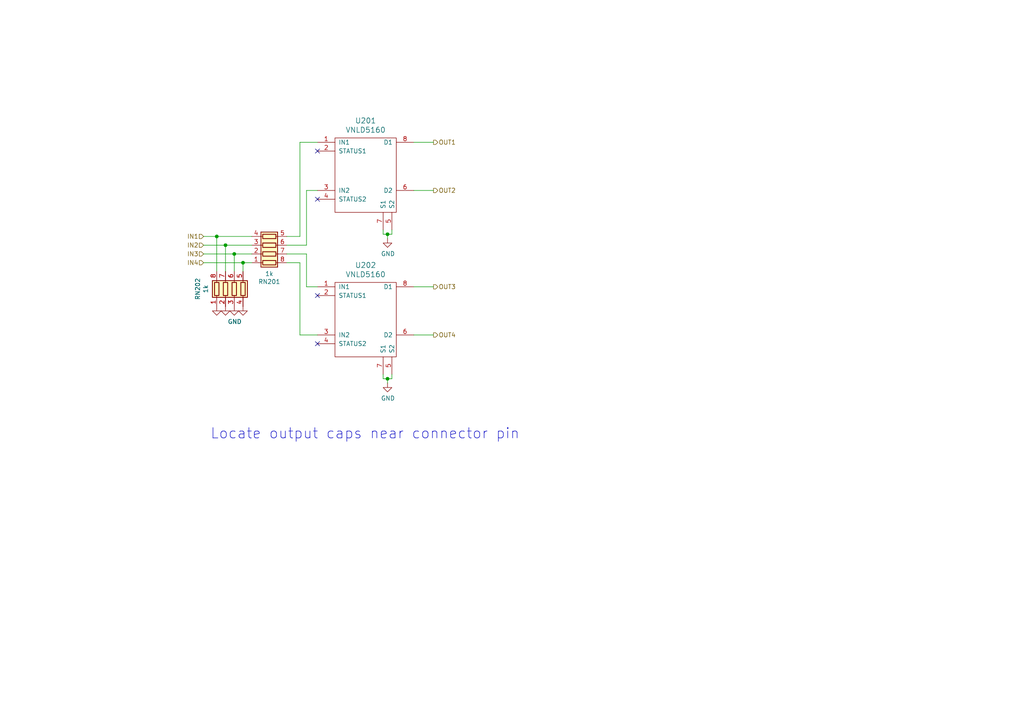
<source format=kicad_sch>
(kicad_sch (version 20250114) (generator "eeschema") (generator_version "9.0")
  (paper "A4")
  (title_block (title "rusEfi Proteus") (date "2022-04-09") (rev "v0.7") (company "rusEFI") (comment 1 "github.com/mck1117/proteus") (comment 2 "rusefi.com/s/proteus"))
  (lib_symbols
    (symbol "Device:R_Pack04" (pin_names (offset 0) (hide yes))
      (property "Reference" "RN" (at -7.62 0 90))
      (property "Value" "R_Pack04" (at 5.08 0 90))
      (symbol "R_Pack04_0_1"
        (rectangle (start -6.35 -2.413) (end 3.81 2.413) (stroke (width 0.254)) (fill (type background)))
        (rectangle (start -5.715 1.905) (end -4.445 -1.905) (stroke (width 0.254)))
        (polyline (pts (xy -5.08 1.905) (xy -5.08 2.54)))
        (polyline (pts (xy -5.08 -2.54) (xy -5.08 -1.905)))
        (rectangle (start -3.175 1.905) (end -1.905 -1.905) (stroke (width 0.254)))
        (polyline (pts (xy -2.54 1.905) (xy -2.54 2.54)))
        (polyline (pts (xy -2.54 -2.54) (xy -2.54 -1.905)))
        (rectangle (start -0.635 1.905) (end 0.635 -1.905) (stroke (width 0.254)))
        (polyline (pts (xy 0 1.905) (xy 0 2.54)))
        (polyline (pts (xy 0 -2.54) (xy 0 -1.905)))
        (rectangle (start 1.905 1.905) (end 3.175 -1.905) (stroke (width 0.254)))
        (polyline (pts (xy 2.54 1.905) (xy 2.54 2.54)))
        (polyline (pts (xy 2.54 -2.54) (xy 2.54 -1.905)))
      )
      (symbol "R_Pack04_1_1"
        (pin passive line (at -5.08 5.08 270) (length 2.54) (name "R1.2") (number "8"))
        (pin passive line (at -5.08 -5.08 90) (length 2.54) (name "R1.1") (number "1"))
        (pin passive line (at -2.54 5.08 270) (length 2.54) (name "R2.2") (number "7"))
        (pin passive line (at -2.54 -5.08 90) (length 2.54) (name "R2.1") (number "2"))
        (pin passive line (at 0 5.08 270) (length 2.54) (name "R3.2") (number "6"))
        (pin passive line (at 0 -5.08 90) (length 2.54) (name "R3.1") (number "3"))
        (pin passive line (at 2.54 5.08 270) (length 2.54) (name "R4.2") (number "5"))
        (pin passive line (at 2.54 -5.08 90) (length 2.54) (name "R4.1") (number "4"))
      )
    )
    (symbol "proteus-rescue:GND-power" (power) (pin_names (offset 0))
      (property "Value" "power_GND" (at 0 -3.81 0))
      (symbol "GND-power_0_1"
        (polyline (pts (xy 0 0) (xy 0 -1.27) (xy 1.27 -1.27) (xy 0 -2.54) (xy -1.27 -1.27) (xy 0 -1.27)))
      )
      (symbol "GND-power_1_1"
        (pin power_in line (at 0 0 270) (length 0) (hide yes) (name "GND") (number "1"))
      )
    )
    (symbol "vnld5090:VNLD5090" (pin_names (offset 1.016))
      (property "Reference" "U" (at -6.35 12.7 0))
      (property "Value" "VNLD5090" (at -2.54 -11.43 0))
      (symbol "VNLD5090_0_1"
        (rectangle (start -8.89 11.43) (end 8.89 -10.16))
      )
      (symbol "VNLD5090_1_1"
        (pin input line (at -13.97 10.16 0) (length 5.08) (name "IN1") (number "1"))
        (pin open_collector line (at -13.97 7.62 0) (length 5.08) (name "STATUS1") (number "2"))
        (pin input line (at -13.97 -3.81 0) (length 5.08) (name "IN2") (number "3"))
        (pin open_collector line (at -13.97 -6.35 0) (length 5.08) (name "STATUS2") (number "4"))
        (pin power_in line (at 5.08 -15.24 90) (length 5.08) (name "S1") (number "7"))
        (pin power_in line (at 7.62 -15.24 90) (length 5.08) (name "S2") (number "5"))
        (pin power_out line (at 13.97 10.16 180) (length 5.08) (name "D1") (number "8"))
        (pin power_out line (at 13.97 -3.81 180) (length 5.08) (name "D2") (number "6"))
      )
    )
  )
  (text "Locate output caps near connector pin" (at 60.96 127.635 0) (effects (font (size 2.9972 2.9972)) (justify left bottom)))
  (junction (at 112.395 67.945))
  (junction (at 70.485 76.2))
  (junction (at 67.945 73.66))
  (junction (at 112.395 109.855))
  (junction (at 65.405 71.12))
  (junction (at 62.865 68.58))
  (no_connect (at 92.075 57.785))
  (no_connect (at 92.075 43.815))
  (no_connect (at 92.075 99.695))
  (no_connect (at 92.075 85.725))
  (wire (pts (xy 92.075 41.275) (xy 86.995 41.275)))
  (wire (pts (xy 86.995 41.275) (xy 86.995 68.58)))
  (wire (pts (xy 88.9 83.185) (xy 92.075 83.185)))
  (wire (pts (xy 120.015 55.245) (xy 125.73 55.245)))
  (wire (pts (xy 88.9 71.12) (xy 88.9 55.245)))
  (wire (pts (xy 59.055 68.58) (xy 62.865 68.58)))
  (wire (pts (xy 112.395 109.855) (xy 111.125 109.855)))
  (wire (pts (xy 111.125 109.855) (xy 111.125 108.585)))
  (wire (pts (xy 83.185 71.12) (xy 88.9 71.12)))
  (wire (pts (xy 67.945 73.66) (xy 67.945 78.74)))
  (wire (pts (xy 112.395 67.945) (xy 113.665 67.945)))
  (wire (pts (xy 111.125 67.945) (xy 111.125 66.675)))
  (wire (pts (xy 88.9 73.66) (xy 88.9 83.185)))
  (wire (pts (xy 88.9 55.245) (xy 92.075 55.245)))
  (wire (pts (xy 65.405 71.12) (xy 73.025 71.12)))
  (wire (pts (xy 120.015 41.275) (xy 125.73 41.275)))
  (wire (pts (xy 112.395 69.215) (xy 112.395 67.945)))
  (wire (pts (xy 120.015 97.155) (xy 125.73 97.155)))
  (wire (pts (xy 112.395 109.855) (xy 113.665 109.855)))
  (wire (pts (xy 83.185 68.58) (xy 86.995 68.58)))
  (wire (pts (xy 120.015 83.185) (xy 125.73 83.185)))
  (wire (pts (xy 113.665 67.945) (xy 113.665 66.675)))
  (wire (pts (xy 83.185 76.2) (xy 86.995 76.2)))
  (wire (pts (xy 112.395 111.125) (xy 112.395 109.855)))
  (wire (pts (xy 65.405 78.74) (xy 65.405 71.12)))
  (wire (pts (xy 113.665 109.855) (xy 113.665 108.585)))
  (wire (pts (xy 59.055 73.66) (xy 67.945 73.66)))
  (wire (pts (xy 70.485 76.2) (xy 73.025 76.2)))
  (wire (pts (xy 59.055 76.2) (xy 70.485 76.2)))
  (wire (pts (xy 73.025 68.58) (xy 62.865 68.58)))
  (wire (pts (xy 112.395 67.945) (xy 111.125 67.945)))
  (wire (pts (xy 59.055 71.12) (xy 65.405 71.12)))
  (wire (pts (xy 83.185 73.66) (xy 88.9 73.66)))
  (wire (pts (xy 86.995 97.155) (xy 92.075 97.155)))
  (wire (pts (xy 86.995 76.2) (xy 86.995 97.155)))
  (wire (pts (xy 62.865 68.58) (xy 62.865 78.74)))
  (wire (pts (xy 73.025 73.66) (xy 67.945 73.66)))
  (wire (pts (xy 70.485 78.74) (xy 70.485 76.2)))
  (hierarchical_label "OUT3" (shape output) (at 125.73 83.185 0))
  (hierarchical_label "IN1" (shape input) (at 59.055 68.58 180))
  (hierarchical_label "IN3" (shape input) (at 59.055 73.66 180))
  (hierarchical_label "IN4" (shape input) (at 59.055 76.2 180))
  (hierarchical_label "OUT1" (shape output) (at 125.73 41.275 0))
  (hierarchical_label "OUT4" (shape output) (at 125.73 97.155 0))
  (hierarchical_label "IN2" (shape input) (at 59.055 71.12 180))
  (hierarchical_label "OUT2" (shape output) (at 125.73 55.245 0))
  (symbol (lib_id "vnld5090:VNLD5090") (at 106.045 51.435 0) (unit 1)
    (property "Reference" "U201" (at 106.045 35.0012 0) (effects (font (size 1.524 1.524))))
    (property "Value" "VNLD5160" (at 106.045 37.6936 0) (effects (font (size 1.524 1.524))))
    (property "Footprint" "Package_SO:SOIC-8_3.9x4.9mm_P1.27mm" (effects (hide yes)))
    (property "PN" "VNLD5160TR-E" (effects (hide yes)))
    (property "LCSC" "N/A" (effects (hide yes)))
    (instances (project "" (path "" (reference "U201") (unit 1)) (path "" (reference "U401") (unit 1)) (path "" (reference "U501") (unit 1))))
  )
  (symbol (lib_id "vnld5090:VNLD5090") (at 106.045 93.345 0) (unit 1)
    (property "Reference" "U202" (at 106.045 76.9112 0) (effects (font (size 1.524 1.524))))
    (property "Value" "VNLD5160" (at 106.045 79.6036 0) (effects (font (size 1.524 1.524))))
    (property "Footprint" "Package_SO:SOIC-8_3.9x4.9mm_P1.27mm" (effects (hide yes)))
    (property "PN" "VNLD5160TR-E" (effects (hide yes)))
    (property "LCSC" "N/A" (effects (hide yes)))
    (instances (project "" (path "" (reference "U202") (unit 1)) (path "" (reference "U402") (unit 1)) (path "" (reference "U502") (unit 1))))
  )
  (symbol (lib_id "Device:R_Pack04") (at 78.105 71.12 270) (mirror x) (unit 1)
    (property "Reference" "RN201" (at 78.105 81.7118 90))
    (property "Value" "1k" (at 78.105 79.4004 90))
    (property "Footprint" "Resistor_SMD:R_Array_Convex_4x0603" (effects (hide yes)))
    (property "LCSC" "C20197" (effects (hide yes)))
    (property "LCSC_ext" "0" (effects (hide yes)))
    (instances (project "" (path "" (reference "RN201") (unit 1)) (path "" (reference "RN401") (unit 1)) (path "" (reference "RN501") (unit 1))))
  )
  (symbol (lib_id "Device:R_Pack04") (at 67.945 83.82 0) (unit 1)
    (property "Reference" "RN202" (at 57.3532 83.82 90))
    (property "Value" "1k" (at 59.6646 83.82 90))
    (property "Footprint" "Resistor_SMD:R_Array_Convex_4x0603" (effects (hide yes)))
    (property "LCSC" "C20197" (effects (hide yes)))
    (property "LCSC_ext" "0" (effects (hide yes)))
    (instances (project "" (path "" (reference "RN202") (unit 1)) (path "" (reference "RN402") (unit 1)) (path "" (reference "RN502") (unit 1))))
  )
  (symbol (lib_id "proteus-rescue:GND-power") (at 62.865 88.9 0) (unit 1)
    (property "Reference" "#PWR0124" (effects (hide yes)))
    (property "Value" "GND" (effects (hide yes)))
    (instances (project "" (path "" (reference "#PWR0124") (unit 1)) (path "" (reference "#PWR0132") (unit 1)) (path "" (reference "#PWR0136") (unit 1))))
  )
  (symbol (lib_id "proteus-rescue:GND-power") (at 65.405 88.9 0) (unit 1)
    (property "Reference" "#PWR0125" (effects (hide yes)))
    (property "Value" "GND" (effects (hide yes)))
    (instances (project "" (path "" (reference "#PWR0125") (unit 1)) (path "" (reference "#PWR0133") (unit 1)) (path "" (reference "#PWR0137") (unit 1))))
  )
  (symbol (lib_id "proteus-rescue:GND-power") (at 67.945 88.9 0) (unit 1)
    (property "Reference" "#PWR0126" (effects (hide yes)))
    (property "Value" "GND" (at 68.072 93.2942 0))
    (instances (project "" (path "" (reference "#PWR0126") (unit 1)) (path "" (reference "#PWR0134") (unit 1)) (path "" (reference "#PWR0138") (unit 1))))
  )
  (symbol (lib_id "proteus-rescue:GND-power") (at 70.485 88.9 0) (unit 1)
    (property "Reference" "#PWR0127" (effects (hide yes)))
    (property "Value" "GND" (effects (hide yes)))
    (instances (project "" (path "" (reference "#PWR0127") (unit 1)) (path "" (reference "#PWR0135") (unit 1)) (path "" (reference "#PWR0139") (unit 1))))
  )
  (symbol (lib_id "proteus-rescue:GND-power") (at 112.395 69.215 0) (unit 1)
    (property "Reference" "#PWR0143" (effects (hide yes)))
    (property "Value" "GND" (at 112.522 73.6092 0))
    (instances (project "" (path "" (reference "#PWR0143") (unit 1)) (path "" (reference "#PWR0155") (unit 1)) (path "" (reference "#PWR0161") (unit 1))))
  )
  (symbol (lib_id "proteus-rescue:GND-power") (at 112.395 111.125 0) (unit 1)
    (property "Reference" "#PWR0148" (effects (hide yes)))
    (property "Value" "GND" (at 112.522 115.5192 0))
    (instances (project "" (path "" (reference "#PWR0148") (unit 1)) (path "" (reference "#PWR0160") (unit 1)) (path "" (reference "#PWR0166") (unit 1))))
  )
)
</source>
